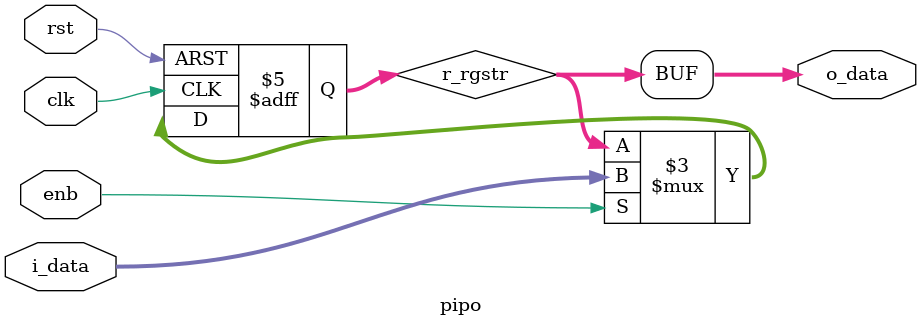
<source format=sv>
module pipo #(
	parameter DW = 4
	)(
	input               clk,
	input               rst,
	input               enb,
	input  [DW-1:0]     i_data,

	output [DW-1:0]     o_data
	);

	logic [DW-1:0]      r_rgstr;

	always_ff@(posedge clk or negedge rst) begin: register
	    if(!rst)
	        r_rgstr  <= '0;
	    else if (enb)
	        r_rgstr  <= i_data;
	end:register

	assign o_data  = r_rgstr;

endmodule

</source>
